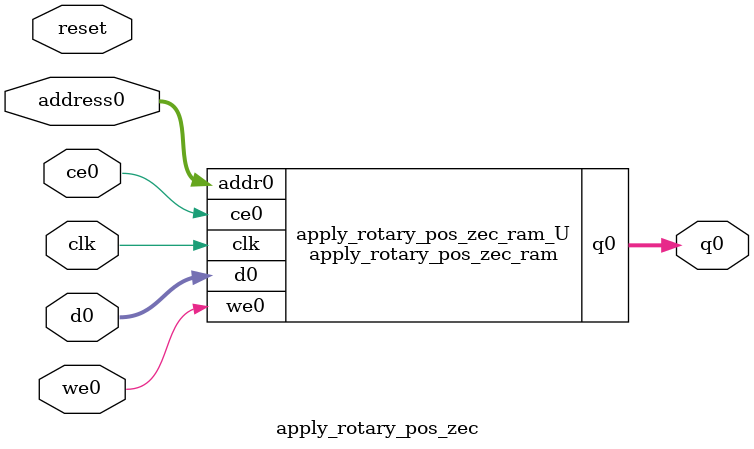
<source format=v>
`timescale 1 ns / 1 ps
module apply_rotary_pos_zec_ram (addr0, ce0, d0, we0, q0,  clk);

parameter DWIDTH = 32;
parameter AWIDTH = 11;
parameter MEM_SIZE = 1536;

input[AWIDTH-1:0] addr0;
input ce0;
input[DWIDTH-1:0] d0;
input we0;
output reg[DWIDTH-1:0] q0;
input clk;

(* ram_style = "block" *)reg [DWIDTH-1:0] ram[0:MEM_SIZE-1];




always @(posedge clk)  
begin 
    if (ce0) begin
        if (we0) 
            ram[addr0] <= d0; 
        q0 <= ram[addr0];
    end
end


endmodule

`timescale 1 ns / 1 ps
module apply_rotary_pos_zec(
    reset,
    clk,
    address0,
    ce0,
    we0,
    d0,
    q0);

parameter DataWidth = 32'd32;
parameter AddressRange = 32'd1536;
parameter AddressWidth = 32'd11;
input reset;
input clk;
input[AddressWidth - 1:0] address0;
input ce0;
input we0;
input[DataWidth - 1:0] d0;
output[DataWidth - 1:0] q0;



apply_rotary_pos_zec_ram apply_rotary_pos_zec_ram_U(
    .clk( clk ),
    .addr0( address0 ),
    .ce0( ce0 ),
    .we0( we0 ),
    .d0( d0 ),
    .q0( q0 ));

endmodule


</source>
